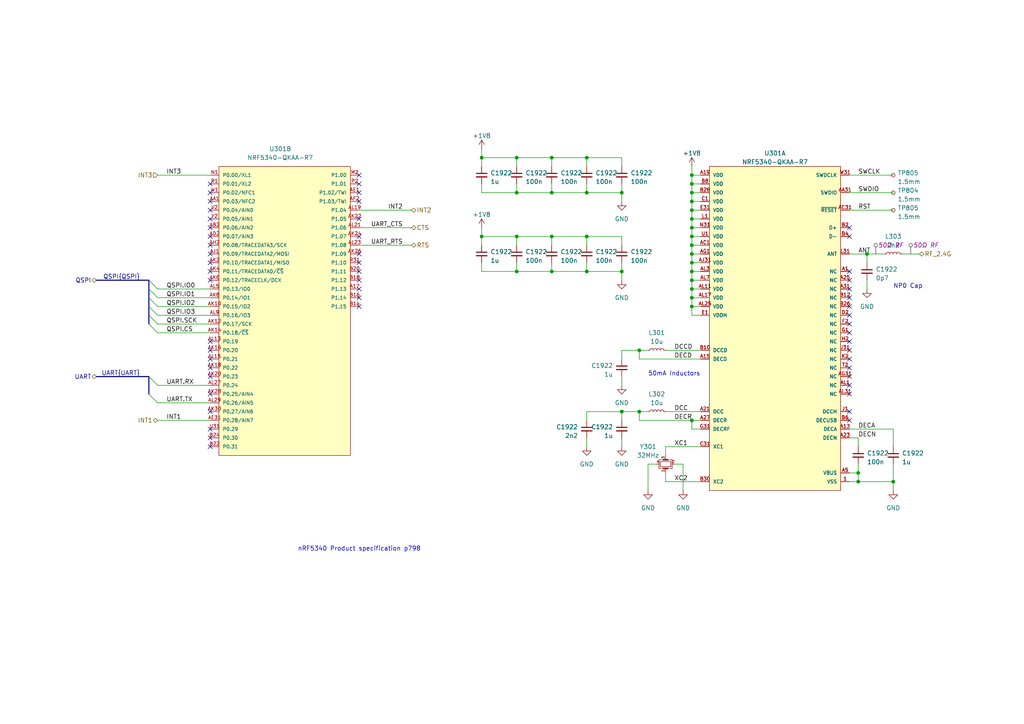
<source format=kicad_sch>
(kicad_sch (version 20230121) (generator eeschema)
  (paper "A4")
  (title_block (title "Watch Bluetooth") (date "2023-12-21") (rev "1") (comment 1 "Checked by Ben Smith 21/12/23"))
  (lib_symbols
    (symbol "Connector:TestPoint_Small" (pin_numbers hide) (pin_names (offset 0.762) hide)
      (property "Reference" "TP" (at 0 3.81 0))
      (property "Value" "TestPoint_Small" (at 0 2.032 0))
      (symbol "TestPoint_Small_0_1"
        (circle (center 0 0) (radius 0.508))
      )
      (symbol "TestPoint_Small_1_1"
        (pin passive line (at 0 0 90) (length 0) (name "1") (number "1"))
      )
    )
    (symbol "Device:C_Small" (pin_numbers hide) (pin_names (offset 0.254) hide)
      (property "Reference" "C" (at 0.254 1.778 0))
      (property "Value" "C_Small" (at 0.254 -2.032 0))
      (symbol "C_Small_0_1"
        (polyline (pts (xy -1.524 -0.508) (xy 1.524 -0.508)) (stroke (width 0.3302)))
        (polyline (pts (xy -1.524 0.508) (xy 1.524 0.508)) (stroke (width 0.3048)))
      )
      (symbol "C_Small_1_1"
        (pin passive line (at 0 2.54 270) (length 2.032) (name "~") (number "1"))
        (pin passive line (at 0 -2.54 90) (length 2.032) (name "~") (number "2"))
      )
    )
    (symbol "Device:Crystal_GND24_Small" (pin_names (offset 1.016) hide)
      (property "Reference" "Y" (at 1.27 4.445 0))
      (property "Value" "Crystal_GND24_Small" (at 1.27 2.54 0))
      (symbol "Crystal_GND24_Small_0_1"
        (rectangle (start -0.762 -1.524) (end 0.762 1.524))
        (polyline (pts (xy -1.27 -0.762) (xy -1.27 0.762)) (stroke (width 0.381)))
        (polyline (pts (xy 1.27 -0.762) (xy 1.27 0.762)) (stroke (width 0.381)))
        (polyline (pts (xy -1.27 -1.27) (xy -1.27 -1.905) (xy 1.27 -1.905) (xy 1.27 -1.27)))
        (polyline (pts (xy -1.27 1.27) (xy -1.27 1.905) (xy 1.27 1.905) (xy 1.27 1.27)))
      )
      (symbol "Crystal_GND24_Small_1_1"
        (pin passive line (at -2.54 0 0) (length 1.27) (name "1") (number "1"))
        (pin passive line (at 0 -2.54 90) (length 0.635) (name "2") (number "2"))
        (pin passive line (at 2.54 0 180) (length 1.27) (name "3") (number "3"))
        (pin passive line (at 0 2.54 270) (length 0.635) (name "4") (number "4"))
      )
    )
    (symbol "Device:L_Small" (pin_numbers hide) (pin_names (offset 0.254) hide)
      (property "Reference" "L" (at 0.762 1.016 0))
      (property "Value" "L_Small" (at 0.762 -1.016 0))
      (symbol "L_Small_0_1"
        (arc (start 0 -2.032) (mid 0.5058 -1.524) (end 0 -1.016))
        (arc (start 0 -1.016) (mid 0.5058 -0.508) (end 0 0))
        (arc (start 0 0) (mid 0.5058 0.508) (end 0 1.016))
        (arc (start 0 1.016) (mid 0.5058 1.524) (end 0 2.032))
      )
      (symbol "L_Small_1_1"
        (pin passive line (at 0 2.54 270) (length 0.508) (name "~") (number "1"))
        (pin passive line (at 0 -2.54 90) (length 0.508) (name "~") (number "2"))
      )
    )
    (symbol "NRF5340-QKAA-R7:NRF5340-QKAA-R7" (pin_names (offset 1.016))
      (property "Reference" "U" (at 0 7.62 0))
      (property "Value" "NRF5340-QKAA-R7" (at 0 5.08 0))
      (symbol "NRF5340-QKAA-R7_1_1"
        (rectangle (start 5.08 2.54) (end 43.18 -91.44) (fill (type background)))
        (pin power_in line (at 45.72 -88.9 180) (length 2.54) (name "VSS") (number "1"))
        (pin passive line (at 45.72 -27.94 180) (length 2.54) (name "NC") (number "A1"))
        (pin power_in line (at 45.72 -73.66 180) (length 2.54) (name "DECA") (number "A13"))
        (pin power_in line (at 2.54 -53.34 0) (length 2.54) (name "DECD") (number "A15"))
        (pin power_in line (at 2.54 0 0) (length 2.54) (name "VDD") (number "A19"))
        (pin power_in line (at 2.54 -68.58 0) (length 2.54) (name "DCC") (number "A21"))
        (pin power_in line (at 45.72 -76.2 180) (length 2.54) (name "DECN") (number "A23"))
        (pin passive line (at 45.72 -30.48 180) (length 2.54) (name "NC") (number "A25"))
        (pin power_in line (at 2.54 -71.12 0) (length 2.54) (name "DECR") (number "A27"))
        (pin passive line (at 45.72 -33.02 180) (length 2.54) (name "NC") (number "A31"))
        (pin power_in line (at 45.72 -86.36 180) (length 2.54) (name "VBUS") (number "A5"))
        (pin bidirectional line (at 45.72 -5.08 180) (length 2.54) (name "SWDIO") (number "AA31"))
        (pin power_in line (at 2.54 -20.32 0) (length 2.54) (name "VDD") (number "AC1"))
        (pin input line (at 45.72 -10.16 180) (length 2.54) (name "~{RESET}") (number "AC31"))
        (pin power_in line (at 2.54 -22.86 0) (length 2.54) (name "VDD") (number "AG1"))
        (pin passive line (at 45.72 -58.42 180) (length 2.54) (name "NC") (number "AG31"))
        (pin power_in line (at 2.54 -25.4 0) (length 2.54) (name "VDD") (number "AJ31"))
        (pin passive line (at 45.72 -60.96 180) (length 2.54) (name "NC") (number "AL1"))
        (pin power_in line (at 2.54 -33.02 0) (length 2.54) (name "VDD") (number "AL11"))
        (pin power_in line (at 2.54 -35.56 0) (length 2.54) (name "VDD") (number "AL17"))
        (pin power_in line (at 2.54 -38.1 0) (length 2.54) (name "VDD") (number "AL25"))
        (pin power_in line (at 2.54 -27.94 0) (length 2.54) (name "VDD") (number "AL3"))
        (pin passive line (at 45.72 -63.5 180) (length 2.54) (name "NC") (number "AL31"))
        (pin power_in line (at 2.54 -30.48 0) (length 2.54) (name "VDD") (number "AL7"))
        (pin power_in line (at 2.54 -50.8 0) (length 2.54) (name "DCCD") (number "B10"))
        (pin passive line (at 45.72 -35.56 180) (length 2.54) (name "NC") (number "B12"))
        (pin bidirectional line (at 45.72 -15.24 180) (length 2.54) (name "D+") (number "B2"))
        (pin passive line (at 45.72 -38.1 180) (length 2.54) (name "NC") (number "B26"))
        (pin power_in line (at 2.54 -5.08 0) (length 2.54) (name "VDD") (number "B28"))
        (pin input line (at 2.54 -88.9 0) (length 2.54) (name "XC2") (number "B30"))
        (pin bidirectional line (at 45.72 -17.78 180) (length 2.54) (name "D-") (number "B4"))
        (pin power_in line (at 45.72 -71.12 180) (length 2.54) (name "DECUSB") (number "B6"))
        (pin power_in line (at 2.54 -2.54 0) (length 2.54) (name "VDD") (number "B8"))
        (pin power_in line (at 2.54 -7.62 0) (length 2.54) (name "VDD") (number "C1"))
        (pin input line (at 2.54 -78.74 0) (length 2.54) (name "XC1") (number "C31"))
        (pin passive line (at 45.72 -40.64 180) (length 2.54) (name "NC") (number "D2"))
        (pin power_in line (at 2.54 -40.64 0) (length 2.54) (name "VDDH") (number "E1"))
        (pin power_in line (at 2.54 -10.16 0) (length 2.54) (name "VDD") (number "E31"))
        (pin passive line (at 45.72 -43.18 180) (length 2.54) (name "NC") (number "F2"))
        (pin passive line (at 45.72 -45.72 180) (length 2.54) (name "NC") (number "G1"))
        (pin power_in line (at 2.54 -73.66 0) (length 2.54) (name "DECRF") (number "G31"))
        (pin passive line (at 45.72 -48.26 180) (length 2.54) (name "NC") (number "H2"))
        (pin power_in line (at 45.72 -68.58 180) (length 2.54) (name "DCCH") (number "J1"))
        (pin passive line (at 45.72 -50.8 180) (length 2.54) (name "NC") (number "J31"))
        (pin passive line (at 45.72 -53.34 180) (length 2.54) (name "NC") (number "K2"))
        (pin power_in line (at 2.54 -12.7 0) (length 2.54) (name "VDD") (number "L1"))
        (pin passive line (at 45.72 -22.86 180) (length 2.54) (name "ANT") (number "L31"))
        (pin power_in line (at 2.54 -15.24 0) (length 2.54) (name "VDD") (number "N31"))
        (pin passive line (at 45.72 -55.88 180) (length 2.54) (name "NC") (number "T2"))
        (pin power_in line (at 2.54 -17.78 0) (length 2.54) (name "VDD") (number "U1"))
        (pin input line (at 45.72 0 180) (length 2.54) (name "SWDCLK") (number "W31"))
      )
      (symbol "NRF5340-QKAA-R7_2_1"
        (rectangle (start -17.78 2.54) (end 20.32 -81.28) (fill (type background)))
        (pin bidirectional line (at 22.86 -33.02 180) (length 2.54) (name "P1.13") (number "A17"))
        (pin bidirectional line (at -20.32 -7.62 0) (length 2.54) (name "P0.03/NFC2") (number "AA1"))
        (pin bidirectional line (at -20.32 -15.24 0) (length 2.54) (name "P0.06/AIN2") (number "AB2"))
        (pin bidirectional line (at -20.32 -17.78 0) (length 2.54) (name "P0.07/AIN3") (number "AD2"))
        (pin bidirectional line (at 22.86 -5.08 180) (length 2.54) (name "P1.02/TWI") (number "AE1"))
        (pin bidirectional line (at -20.32 -71.12 0) (length 2.54) (name "P0.28/AIN7") (number "AE31"))
        (pin bidirectional line (at 22.86 -7.62 180) (length 2.54) (name "P1.03/TWI") (number "AF2"))
        (pin bidirectional line (at -20.32 -20.32 0) (length 2.54) (name "P0.08/TRACEDATA3/SCK") (number "AH2"))
        (pin bidirectional line (at -20.32 -22.86 0) (length 2.54) (name "P0.09/TRACEDATA2/MOSI") (number "AJ1"))
        (pin bidirectional line (at -20.32 -38.1 0) (length 2.54) (name "P0.15/IO2") (number "AK10"))
        (pin bidirectional line (at -20.32 -43.18 0) (length 2.54) (name "P0.17/SCK") (number "AK12"))
        (pin bidirectional line (at -20.32 -45.72 0) (length 2.54) (name "P0.18/~{CS}") (number "AK14"))
        (pin bidirectional line (at -20.32 -50.8 0) (length 2.54) (name "P0.20") (number "AK16"))
        (pin bidirectional line (at -20.32 -55.88 0) (length 2.54) (name "P0.22") (number "AK18"))
        (pin bidirectional line (at -20.32 -25.4 0) (length 2.54) (name "P0.10/TRACEDATA1/MISO") (number "AK2"))
        (pin bidirectional line (at -20.32 -58.42 0) (length 2.54) (name "P0.23") (number "AK20"))
        (pin bidirectional line (at 22.86 -12.7 180) (length 2.54) (name "P1.05") (number "AK22"))
        (pin bidirectional line (at 22.86 -17.78 180) (length 2.54) (name "P1.07") (number "AK24"))
        (pin bidirectional line (at 22.86 -22.86 180) (length 2.54) (name "P1.09") (number "AK26"))
        (pin bidirectional line (at -20.32 -63.5 0) (length 2.54) (name "P0.25/AIN4") (number "AK28"))
        (pin bidirectional line (at -20.32 -68.58 0) (length 2.54) (name "P0.27/AIN6") (number "AK30"))
        (pin bidirectional line (at -20.32 -27.94 0) (length 2.54) (name "P0.11/TRACEDATA0/~{CS}") (number "AK4"))
        (pin bidirectional line (at -20.32 -30.48 0) (length 2.54) (name "P0.12/TRACECLK/DCX") (number "AK6"))
        (pin bidirectional line (at -20.32 -35.56 0) (length 2.54) (name "P0.14/IO1") (number "AK8"))
        (pin bidirectional line (at -20.32 -48.26 0) (length 2.54) (name "P0.19") (number "AL13"))
        (pin bidirectional line (at -20.32 -53.34 0) (length 2.54) (name "P0.21") (number "AL15"))
        (pin bidirectional line (at 22.86 -10.16 180) (length 2.54) (name "P1.04") (number "AL19"))
        (pin bidirectional line (at 22.86 -15.24 180) (length 2.54) (name "P1.06") (number "AL21"))
        (pin bidirectional line (at 22.86 -20.32 180) (length 2.54) (name "P1.08") (number "AL23"))
        (pin bidirectional line (at -20.32 -60.96 0) (length 2.54) (name "P0.24") (number "AL27"))
        (pin bidirectional line (at -20.32 -66.04 0) (length 2.54) (name "P0.26/AIN5") (number "AL29"))
        (pin bidirectional line (at -20.32 -33.02 0) (length 2.54) (name "P0.13/IO0") (number "AL5"))
        (pin bidirectional line (at -20.32 -40.64 0) (length 2.54) (name "P0.16/IO3") (number "AL9"))
        (pin bidirectional line (at 22.86 -38.1 180) (length 2.54) (name "P1.15") (number "B14"))
        (pin bidirectional line (at 22.86 -35.56 180) (length 2.54) (name "P1.14") (number "B16"))
        (pin bidirectional line (at 22.86 -30.48 180) (length 2.54) (name "P1.12") (number "B18"))
        (pin bidirectional line (at 22.86 -27.94 180) (length 2.54) (name "P1.11") (number "B20"))
        (pin bidirectional line (at -20.32 -78.74 0) (length 2.54) (name "P0.31") (number "B22"))
        (pin bidirectional line (at -20.32 -76.2 0) (length 2.54) (name "P0.30") (number "B24"))
        (pin bidirectional line (at 22.86 0 180) (length 2.54) (name "P1.00") (number "M2"))
        (pin bidirectional line (at -20.32 0 0) (length 2.54) (name "P0.00/XL1") (number "N1"))
        (pin bidirectional line (at 22.86 -2.54 180) (length 2.54) (name "P1.01") (number "P2"))
        (pin bidirectional line (at -20.32 -2.54 0) (length 2.54) (name "P0.01/XL2") (number "R1"))
        (pin bidirectional line (at 22.86 -25.4 180) (length 2.54) (name "P1.10") (number "R31"))
        (pin bidirectional line (at -20.32 -73.66 0) (length 2.54) (name "P0.29") (number "U31"))
        (pin bidirectional line (at -20.32 -10.16 0) (length 2.54) (name "P0.04/AIN0") (number "V2"))
        (pin bidirectional line (at -20.32 -5.08 0) (length 2.54) (name "P0.02/NFC1") (number "W1"))
        (pin bidirectional line (at -20.32 -12.7 0) (length 2.54) (name "P0.05/AIN1") (number "Y2"))
      )
    )
    (symbol "power:+1V8" (power) (pin_names (offset 0))
      (property "Value" "+1V8" (at 0 3.556 0))
      (symbol "+1V8_0_1"
        (polyline (pts (xy -0.762 1.27) (xy 0 2.54)))
        (polyline (pts (xy 0 0) (xy 0 2.54)))
        (polyline (pts (xy 0 2.54) (xy 0.762 1.27)))
      )
      (symbol "+1V8_1_1"
        (pin power_in line (at 0 0 90) (length 0) hide (name "+1V8") (number "1"))
      )
    )
    (symbol "power:GND" (power) (pin_names (offset 0))
      (property "Value" "GND" (at 0 -3.81 0))
      (symbol "GND_0_1"
        (polyline (pts (xy 0 0) (xy 0 -1.27) (xy 1.27 -1.27) (xy 0 -2.54) (xy -1.27 -1.27) (xy 0 -1.27)))
      )
      (symbol "GND_1_1"
        (pin power_in line (at 0 0 270) (length 0) hide (name "GND") (number "1"))
      )
    )
  )
  (junction (at 200.66 55.88))
  (junction (at 185.42 119.38))
  (junction (at 200.66 50.8))
  (junction (at 248.92 137.16))
  (junction (at 200.66 73.66))
  (junction (at 149.86 68.58))
  (junction (at 200.66 86.36))
  (junction (at 160.02 68.58))
  (junction (at 170.18 55.88))
  (junction (at 200.66 78.74))
  (junction (at 200.66 76.2))
  (junction (at 160.02 45.72))
  (junction (at 251.46 73.66))
  (junction (at 248.92 139.7))
  (junction (at 149.86 78.74))
  (junction (at 170.18 68.58))
  (junction (at 180.34 78.74))
  (junction (at 180.34 55.88))
  (junction (at 160.02 55.88))
  (junction (at 200.66 83.82))
  (junction (at 149.86 45.72))
  (junction (at 160.02 78.74))
  (junction (at 149.86 55.88))
  (junction (at 200.66 81.28))
  (junction (at 139.7 45.72))
  (junction (at 185.42 101.6))
  (junction (at 200.66 66.04))
  (junction (at 200.66 60.96))
  (junction (at 200.66 88.9))
  (junction (at 170.18 45.72))
  (junction (at 259.08 139.7))
  (junction (at 139.7 68.58))
  (junction (at 200.66 71.12))
  (junction (at 200.66 53.34))
  (junction (at 200.66 121.92))
  (junction (at 200.66 68.58))
  (junction (at 200.66 63.5))
  (junction (at 200.66 58.42))
  (junction (at 180.34 119.38))
  (junction (at 170.18 78.74))
  (no_connect (at 246.38 119.38))
  (no_connect (at 246.38 121.92))
  (no_connect (at 104.14 50.8))
  (no_connect (at 60.96 101.6))
  (no_connect (at 246.38 111.76))
  (no_connect (at 60.96 73.66))
  (no_connect (at 60.96 58.42))
  (no_connect (at 246.38 78.74))
  (no_connect (at 246.38 101.6))
  (no_connect (at 246.38 99.06))
  (no_connect (at 60.96 63.5))
  (no_connect (at 104.14 68.58))
  (no_connect (at 60.96 66.04))
  (no_connect (at 104.14 83.82))
  (no_connect (at 246.38 93.98))
  (no_connect (at 246.38 81.28))
  (no_connect (at 104.14 88.9))
  (no_connect (at 104.14 55.88))
  (no_connect (at 104.14 78.74))
  (no_connect (at 60.96 68.58))
  (no_connect (at 60.96 106.68))
  (no_connect (at 246.38 109.22))
  (no_connect (at 246.38 114.3))
  (no_connect (at 60.96 81.28))
  (no_connect (at 246.38 88.9))
  (no_connect (at 246.38 96.52))
  (no_connect (at 60.96 119.38))
  (no_connect (at 246.38 86.36))
  (no_connect (at 246.38 68.58))
  (no_connect (at 60.96 109.22))
  (no_connect (at 104.14 73.66))
  (no_connect (at 60.96 114.3))
  (no_connect (at 60.96 124.46))
  (no_connect (at 60.96 76.2))
  (no_connect (at 60.96 55.88))
  (no_connect (at 246.38 106.68))
  (no_connect (at 60.96 104.14))
  (no_connect (at 104.14 58.42))
  (no_connect (at 246.38 91.44))
  (no_connect (at 104.14 63.5))
  (no_connect (at 60.96 127))
  (no_connect (at 104.14 81.28))
  (no_connect (at 60.96 99.06))
  (no_connect (at 104.14 53.34))
  (no_connect (at 104.14 86.36))
  (no_connect (at 246.38 83.82))
  (no_connect (at 246.38 66.04))
  (no_connect (at 60.96 60.96))
  (no_connect (at 104.14 76.2))
  (no_connect (at 60.96 53.34))
  (no_connect (at 60.96 129.54))
  (no_connect (at 60.96 71.12))
  (no_connect (at 60.96 78.74))
  (no_connect (at 246.38 104.14))
  (bus_entry (at 43.18 81.28) (size 2.54 2.54))
  (bus_entry (at 43.18 88.9) (size 2.54 2.54))
  (bus_entry (at 43.18 91.44) (size 2.54 2.54))
  (bus_entry (at 43.18 86.36) (size 2.54 2.54))
  (bus_entry (at 43.18 114.3) (size 2.54 2.54))
  (bus_entry (at 43.18 109.22) (size 2.54 2.54))
  (bus_entry (at 45.72 96.52) (size -2.54 -2.54))
  (bus_entry (at 43.18 83.82) (size 2.54 2.54))
  (wire (pts (xy 200.66 91.44) (xy 203.2 91.44)))
  (wire (pts (xy 170.18 78.74) (xy 160.02 78.74)))
  (wire (pts (xy 187.96 142.24) (xy 187.96 134.62)))
  (wire (pts (xy 200.66 48.26) (xy 200.66 50.8)))
  (wire (pts (xy 200.66 76.2) (xy 200.66 78.74)))
  (wire (pts (xy 246.38 55.88) (xy 259.08 55.88)))
  (wire (pts (xy 259.08 139.7) (xy 259.08 142.24)))
  (wire (pts (xy 139.7 66.04) (xy 139.7 68.58)))
  (bus (pts (xy 43.18 81.28) (xy 43.18 83.82)))
  (wire (pts (xy 160.02 78.74) (xy 149.86 78.74)))
  (wire (pts (xy 149.86 45.72) (xy 160.02 45.72)))
  (wire (pts (xy 45.72 86.36) (xy 60.96 86.36)))
  (wire (pts (xy 200.66 83.82) (xy 203.2 83.82)))
  (wire (pts (xy 180.34 109.22) (xy 180.34 111.76)))
  (wire (pts (xy 193.04 101.6) (xy 203.2 101.6)))
  (wire (pts (xy 149.86 68.58) (xy 149.86 71.12)))
  (wire (pts (xy 200.66 86.36) (xy 200.66 88.9)))
  (wire (pts (xy 259.08 129.54) (xy 259.08 124.46)))
  (wire (pts (xy 251.46 73.66) (xy 251.46 76.2)))
  (wire (pts (xy 185.42 121.92) (xy 200.66 121.92)))
  (wire (pts (xy 185.42 121.92) (xy 185.42 119.38)))
  (wire (pts (xy 170.18 55.88) (xy 170.18 53.34)))
  (wire (pts (xy 259.08 139.7) (xy 248.92 139.7)))
  (wire (pts (xy 261.62 73.66) (xy 266.7 73.66)))
  (wire (pts (xy 246.38 139.7) (xy 248.92 139.7)))
  (wire (pts (xy 200.66 121.92) (xy 203.2 121.92)))
  (wire (pts (xy 251.46 83.82) (xy 251.46 81.28)))
  (wire (pts (xy 203.2 104.14) (xy 185.42 104.14)))
  (bus (pts (xy 43.18 83.82) (xy 43.18 86.36)))
  (wire (pts (xy 180.34 68.58) (xy 180.34 71.12)))
  (wire (pts (xy 180.34 101.6) (xy 180.34 104.14)))
  (wire (pts (xy 45.72 111.76) (xy 60.96 111.76)))
  (wire (pts (xy 248.92 134.62) (xy 248.92 137.16)))
  (wire (pts (xy 170.18 127) (xy 170.18 129.54)))
  (wire (pts (xy 248.92 127) (xy 246.38 127)))
  (wire (pts (xy 160.02 55.88) (xy 149.86 55.88)))
  (wire (pts (xy 160.02 55.88) (xy 160.02 53.34)))
  (wire (pts (xy 170.18 45.72) (xy 180.34 45.72)))
  (wire (pts (xy 180.34 119.38) (xy 185.42 119.38)))
  (wire (pts (xy 45.72 121.92) (xy 60.96 121.92)))
  (wire (pts (xy 170.18 68.58) (xy 170.18 71.12)))
  (wire (pts (xy 193.04 119.38) (xy 203.2 119.38)))
  (wire (pts (xy 139.7 68.58) (xy 139.7 71.12)))
  (wire (pts (xy 200.66 124.46) (xy 200.66 121.92)))
  (wire (pts (xy 198.12 142.24) (xy 198.12 134.62)))
  (bus (pts (xy 43.18 109.22) (xy 43.18 114.3)))
  (wire (pts (xy 104.14 60.96) (xy 119.38 60.96)))
  (wire (pts (xy 180.34 119.38) (xy 180.34 121.92)))
  (wire (pts (xy 200.66 50.8) (xy 203.2 50.8)))
  (wire (pts (xy 200.66 71.12) (xy 203.2 71.12)))
  (wire (pts (xy 185.42 104.14) (xy 185.42 101.6)))
  (wire (pts (xy 200.66 78.74) (xy 200.66 81.28)))
  (wire (pts (xy 246.38 73.66) (xy 251.46 73.66)))
  (wire (pts (xy 200.66 81.28) (xy 200.66 83.82)))
  (wire (pts (xy 193.04 139.7) (xy 203.2 139.7)))
  (wire (pts (xy 160.02 78.74) (xy 160.02 76.2)))
  (wire (pts (xy 200.66 81.28) (xy 203.2 81.28)))
  (wire (pts (xy 60.96 50.8) (xy 45.72 50.8)))
  (wire (pts (xy 200.66 68.58) (xy 203.2 68.58)))
  (wire (pts (xy 149.86 55.88) (xy 139.7 55.88)))
  (wire (pts (xy 200.66 88.9) (xy 200.66 91.44)))
  (wire (pts (xy 200.66 124.46) (xy 203.2 124.46)))
  (wire (pts (xy 200.66 53.34) (xy 203.2 53.34)))
  (wire (pts (xy 200.66 63.5) (xy 203.2 63.5)))
  (bus (pts (xy 43.18 81.28) (xy 27.94 81.28)))
  (wire (pts (xy 139.7 78.74) (xy 139.7 76.2)))
  (wire (pts (xy 139.7 68.58) (xy 149.86 68.58)))
  (wire (pts (xy 180.34 55.88) (xy 170.18 55.88)))
  (wire (pts (xy 180.34 55.88) (xy 180.34 58.42)))
  (wire (pts (xy 139.7 55.88) (xy 139.7 53.34)))
  (wire (pts (xy 104.14 66.04) (xy 119.38 66.04)))
  (wire (pts (xy 185.42 101.6) (xy 187.96 101.6)))
  (wire (pts (xy 193.04 137.16) (xy 193.04 139.7)))
  (wire (pts (xy 187.96 134.62) (xy 190.5 134.62)))
  (wire (pts (xy 200.66 50.8) (xy 200.66 53.34)))
  (wire (pts (xy 149.86 45.72) (xy 149.86 48.26)))
  (wire (pts (xy 160.02 45.72) (xy 160.02 48.26)))
  (wire (pts (xy 45.72 93.98) (xy 60.96 93.98)))
  (wire (pts (xy 251.46 73.66) (xy 256.54 73.66)))
  (wire (pts (xy 200.66 71.12) (xy 200.66 73.66)))
  (wire (pts (xy 139.7 45.72) (xy 149.86 45.72)))
  (wire (pts (xy 193.04 129.54) (xy 193.04 132.08)))
  (wire (pts (xy 200.66 88.9) (xy 203.2 88.9)))
  (bus (pts (xy 43.18 91.44) (xy 43.18 93.98)))
  (wire (pts (xy 246.38 50.8) (xy 259.08 50.8)))
  (wire (pts (xy 200.66 55.88) (xy 200.66 58.42)))
  (wire (pts (xy 170.18 78.74) (xy 170.18 76.2)))
  (wire (pts (xy 45.72 91.44) (xy 60.96 91.44)))
  (wire (pts (xy 200.66 58.42) (xy 200.66 60.96)))
  (bus (pts (xy 43.18 86.36) (xy 43.18 88.9)))
  (wire (pts (xy 185.42 119.38) (xy 187.96 119.38)))
  (wire (pts (xy 180.34 78.74) (xy 170.18 78.74)))
  (wire (pts (xy 160.02 45.72) (xy 170.18 45.72)))
  (bus (pts (xy 43.18 88.9) (xy 43.18 91.44)))
  (wire (pts (xy 248.92 129.54) (xy 248.92 127)))
  (wire (pts (xy 200.66 76.2) (xy 203.2 76.2)))
  (wire (pts (xy 200.66 86.36) (xy 203.2 86.36)))
  (wire (pts (xy 149.86 68.58) (xy 160.02 68.58)))
  (wire (pts (xy 170.18 45.72) (xy 170.18 48.26)))
  (wire (pts (xy 149.86 78.74) (xy 139.7 78.74)))
  (wire (pts (xy 200.66 53.34) (xy 200.66 55.88)))
  (wire (pts (xy 149.86 55.88) (xy 149.86 53.34)))
  (wire (pts (xy 180.34 127) (xy 180.34 129.54)))
  (wire (pts (xy 246.38 137.16) (xy 248.92 137.16)))
  (wire (pts (xy 45.72 88.9) (xy 60.96 88.9)))
  (wire (pts (xy 160.02 68.58) (xy 170.18 68.58)))
  (wire (pts (xy 104.14 71.12) (xy 119.38 71.12)))
  (wire (pts (xy 200.66 60.96) (xy 200.66 63.5)))
  (bus (pts (xy 43.18 109.22) (xy 27.94 109.22)))
  (wire (pts (xy 246.38 60.96) (xy 259.08 60.96)))
  (wire (pts (xy 160.02 68.58) (xy 160.02 71.12)))
  (wire (pts (xy 200.66 83.82) (xy 200.66 86.36)))
  (wire (pts (xy 180.34 78.74) (xy 180.34 81.28)))
  (wire (pts (xy 203.2 129.54) (xy 193.04 129.54)))
  (wire (pts (xy 200.66 78.74) (xy 203.2 78.74)))
  (wire (pts (xy 200.66 60.96) (xy 203.2 60.96)))
  (wire (pts (xy 45.72 116.84) (xy 60.96 116.84)))
  (wire (pts (xy 200.66 58.42) (xy 203.2 58.42)))
  (wire (pts (xy 198.12 134.62) (xy 195.58 134.62)))
  (wire (pts (xy 259.08 134.62) (xy 259.08 139.7)))
  (wire (pts (xy 139.7 45.72) (xy 139.7 48.26)))
  (wire (pts (xy 200.66 73.66) (xy 203.2 73.66)))
  (wire (pts (xy 180.34 78.74) (xy 180.34 76.2)))
  (wire (pts (xy 180.34 45.72) (xy 180.34 48.26)))
  (wire (pts (xy 259.08 124.46) (xy 246.38 124.46)))
  (wire (pts (xy 248.92 139.7) (xy 248.92 137.16)))
  (wire (pts (xy 200.66 66.04) (xy 203.2 66.04)))
  (wire (pts (xy 180.34 101.6) (xy 185.42 101.6)))
  (wire (pts (xy 200.66 68.58) (xy 200.66 71.12)))
  (wire (pts (xy 200.66 73.66) (xy 200.66 76.2)))
  (wire (pts (xy 45.72 96.52) (xy 60.96 96.52)))
  (wire (pts (xy 45.72 83.82) (xy 60.96 83.82)))
  (wire (pts (xy 200.66 55.88) (xy 203.2 55.88)))
  (wire (pts (xy 170.18 55.88) (xy 160.02 55.88)))
  (wire (pts (xy 149.86 78.74) (xy 149.86 76.2)))
  (wire (pts (xy 200.66 63.5) (xy 200.66 66.04)))
  (wire (pts (xy 170.18 68.58) (xy 180.34 68.58)))
  (wire (pts (xy 139.7 43.18) (xy 139.7 45.72)))
  (wire (pts (xy 170.18 119.38) (xy 170.18 121.92)))
  (wire (pts (xy 180.34 119.38) (xy 170.18 119.38)))
  (wire (pts (xy 180.34 55.88) (xy 180.34 53.34)))
  (wire (pts (xy 200.66 66.04) (xy 200.66 68.58)))
  (text "nRF5340 Product specification p798" (at 86.36 160.02 0) (effects (font (size 1.27 1.27)) (justify left bottom)))
  (text "NP0 Cap" (at 259.08 83.82 0) (effects (font (size 1.27 1.27)) (justify left bottom)))
  (text "50mA Inductors" (at 187.96 109.22 0) (effects (font (size 1.27 1.27)) (justify left bottom)))
  (label "UART{UART}" (at 40.64 109.22 180))
  (label "QSPI.IO3" (at 48.26 91.44 0))
  (label "INT2" (at 116.84 60.96 180))
  (label "QSPI.SCK" (at 48.26 93.98 0))
  (label "ANT" (at 248.92 73.66 0))
  (label "INT1" (at 48.26 121.92 0))
  (label "INT3" (at 48.26 50.8 0))
  (label "SWCLK" (at 248.92 50.8 0))
  (label "DECA" (at 248.92 124.46 0))
  (label "SWDIO" (at 248.92 55.88 0))
  (label "QSPI{QSPI}" (at 40.64 81.28 180))
  (label "DCCD" (at 195.58 101.6 0))
  (label "DECD" (at 195.58 104.14 0))
  (label "QSPI.IO1" (at 48.26 86.36 0))
  (label "DCC" (at 195.58 119.38 0))
  (label "QSPI.IO0" (at 48.26 83.82 0))
  (label "UART.RX" (at 48.26 111.76 0))
  (label "UART_RTS" (at 116.84 71.12 180))
  (label "XC2" (at 195.58 139.7 0))
  (label "UART.TX" (at 48.26 116.84 0))
  (label "UART_CTS" (at 116.84 66.04 180))
  (label "QSPI.CS" (at 48.26 96.52 0))
  (label "DECR" (at 195.58 121.92 0))
  (label "XC1" (at 195.58 129.54 0))
  (label "RST" (at 248.92 60.96 0))
  (label "DECN" (at 248.92 127 0))
  (label "QSPI.IO2" (at 48.26 88.9 0))
  (hierarchical_label "INT2" (shape bidirectional) (at 119.38 60.96 0))
  (hierarchical_label "CTS" (shape bidirectional) (at 119.38 66.04 0))
  (hierarchical_label "RTS" (shape bidirectional) (at 119.38 71.12 0))
  (hierarchical_label "RF_2.4G" (shape bidirectional) (at 266.7 73.66 0))
  (hierarchical_label "INT3" (shape input) (at 45.72 50.8 180))
  (hierarchical_label "INT1" (shape bidirectional) (at 45.72 121.92 180))
  (hierarchical_label "UART" (shape bidirectional) (at 27.94 109.22 180) (property "DSI" "DSI" (effects hide)))
  (hierarchical_label "QSPI" (shape bidirectional) (at 27.94 81.28 180) (property "DSI" "DSI" (effects hide)))
  (netclass_flag "" (length 2.54) (shape round) (at 254 73.66 0) (property "Netclass" "50Ω RF" (at 254.6985 71.12 0) (effects (font italic) (justify left))))
  (netclass_flag "" (length 2.54) (shape round) (at 264.16 73.66 0) (property "Netclass" "50Ω RF" (at 264.8585 71.12 0) (effects (font italic) (justify left))))
  (symbol (lib_id "Device:C_Small") (at 251.46 78.74 0) (unit 1)
    (property "Reference" "C1922" (at 254 78.1113 0) (effects (justify left)))
    (property "Value" "0p7" (at 254 80.6513 0) (effects (justify left)))
    (property "Footprint" "Capacitor_SMD:C_0402_1005Metric" (effects hide))
    (instances (project "watch_main" (path "" (reference "C1922") (unit 1)) (path "" (reference "C315") (unit 1))))
  )
  (symbol (lib_id "Device:C_Small") (at 170.18 124.46 0) (mirror y) (unit 1)
    (property "Reference" "C1922" (at 167.64 123.8313 0) (effects (justify left)))
    (property "Value" "2n2" (at 167.64 126.3713 0) (effects (justify left)))
    (property "Footprint" "Capacitor_SMD:C_0402_1005Metric" (effects hide))
    (instances (project "watch_main" (path "" (reference "C1922") (unit 1)) (path "" (reference "C307") (unit 1))))
  )
  (symbol (lib_id "Device:C_Small") (at 170.18 73.66 0) (unit 1)
    (property "Reference" "C1922" (at 172.72 73.0313 0) (effects (justify left)))
    (property "Value" "100n" (at 172.72 75.5713 0) (effects (justify left)))
    (property "Footprint" "Capacitor_SMD:C_0402_1005Metric" (effects hide))
    (instances (project "watch_main" (path "" (reference "C1922") (unit 1)) (path "" (reference "C309") (unit 1))))
  )
  (symbol (lib_id "power:GND") (at 180.34 111.76 0) (unit 1)
    (property "Reference" "#PWR0304" (effects hide))
    (property "Value" "GND" (at 180.34 116.84 0))
  )
  (symbol (lib_id "Device:C_Small") (at 149.86 73.66 0) (unit 1)
    (property "Reference" "C1922" (at 152.4 73.0313 0) (effects (justify left)))
    (property "Value" "100n" (at 152.4 75.5713 0) (effects (justify left)))
    (property "Footprint" "Capacitor_SMD:C_0402_1005Metric" (effects hide))
    (instances (project "watch_main" (path "" (reference "C1922") (unit 1)) (path "" (reference "C304") (unit 1))))
  )
  (symbol (lib_id "NRF5340-QKAA-R7:NRF5340-QKAA-R7") (at 200.66 50.8 0) (unit 1)
    (property "Reference" "U301" (at 224.79 44.45 0))
    (property "Value" "NRF5340-QKAA-R7" (at 224.79 46.99 0))
    (property "Footprint" "watch_footprints:NRF5340-QKAA-R7_modified" (effects hide))
    (property "Datasheet" "https://infocenter.nordicsemi.com/pdf/nRF5340_PS_v1.1.pdf" (effects hide))
    (property "ambient temperature range high" "+105°C" (effects hide))
    (property "ambient temperature range low" "-40°C" (effects hide))
    (property "automotive" "No" (effects hide))
    (property "category" "IC" (effects hide))
    (property "data rate" "2Mbits/s" (effects hide))
    (property "device class L1" "Integrated Circuits (ICs)" (effects hide))
    (property "device class L2" "RF Semiconductors and Devices" (effects hide))
    (property "device class L3" "Transceivers" (effects hide))
    (property "digikey description" "BLE 5.2 SOC" (effects hide))
    (property "digikey part number" "1490-NRF5340-QKAA-R7CT-ND" (effects hide))
    (property "height" "0.85mm" (effects hide))
    (property "interface" "I2C,SPI,UART,2-Wire,USB,Other" (effects hide))
    (property "lead free" "Yes" (effects hide))
    (property "library id" "b2b493d511d996b1" (effects hide))
    (property "manufacturer" "Nordic Semiconductor" (effects hide))
    (property "max frequency" "2.4GHz" (effects hide))
    (property "max supply voltage" "5.5V" (effects hide))
    (property "min supply voltage" "1.7V" (effects hide))
    (property "mouser part number" "949-NRF5340-QKAA-R7" (effects hide))
    (property "number of ADC channels" "8" (effects hide))
    (property "number of GPIO" "48" (effects hide))
    (property "package" "aQFN94" (effects hide))
    (property "receiving current" "3.8-4.8mA" (effects hide))
    (property "rohs" "Yes" (effects hide))
    (property "sensitivity" "-98dBm" (effects hide))
    (property "standoff height" "0.02mm" (effects hide))
    (property "temperature range high" "+105°C" (effects hide))
    (property "temperature range low" "-40°C" (effects hide))
    (property "transmitting current" "5.3-8.8mA" (effects hide))
  )
  (symbol (lib_id "power:GND") (at 180.34 129.54 0) (unit 1)
    (property "Reference" "#PWR0305" (effects hide))
    (property "Value" "GND" (at 180.34 134.62 0))
  )
  (symbol (lib_id "power:GND") (at 259.08 142.24 0) (unit 1)
    (property "Reference" "#PWR0312" (effects hide))
    (property "Value" "GND" (at 259.08 147.32 0))
  )
  (symbol (lib_id "Device:C_Small") (at 139.7 50.8 0) (unit 1)
    (property "Reference" "C1922" (at 142.24 50.1713 0) (effects (justify left)))
    (property "Value" "1u" (at 142.24 52.7113 0) (effects (justify left)))
    (property "Footprint" "Capacitor_SMD:C_0402_1005Metric" (effects hide))
    (instances (project "watch_main" (path "" (reference "C1922") (unit 1)) (path "" (reference "C301") (unit 1))))
  )
  (symbol (lib_id "Device:C_Small") (at 180.34 124.46 0) (mirror y) (unit 1)
    (property "Reference" "C1922" (at 177.8 123.8313 0) (effects (justify left)))
    (property "Value" "1u" (at 177.8 126.3713 0) (effects (justify left)))
    (property "Footprint" "Capacitor_SMD:C_0402_1005Metric" (effects hide))
    (instances (project "watch_main" (path "" (reference "C1922") (unit 1)) (path "" (reference "C311") (unit 1))))
  )
  (symbol (lib_id "power:GND") (at 180.34 58.42 0) (unit 1)
    (property "Reference" "#PWR0306" (effects hide))
    (property "Value" "GND" (at 180.34 63.5 0))
  )
  (symbol (lib_id "Device:C_Small") (at 160.02 73.66 0) (unit 1)
    (property "Reference" "C1922" (at 162.56 73.0313 0) (effects (justify left)))
    (property "Value" "100n" (at 162.56 75.5713 0) (effects (justify left)))
    (property "Footprint" "Capacitor_SMD:C_0402_1005Metric" (effects hide))
    (instances (project "watch_main" (path "" (reference "C1922") (unit 1)) (path "" (reference "C306") (unit 1))))
  )
  (symbol (lib_id "Connector:TestPoint_Small") (at 259.08 50.8 0) (unit 1)
    (property "Reference" "TP805" (at 260.35 50.165 0) (effects (justify left)))
    (property "Value" "1.5mm" (at 260.35 52.705 0) (effects (justify left)))
    (property "Footprint" "TestPoint:TestPoint_Pad_D1.5mm" (effects hide))
    (instances (project "watch_main" (path "" (reference "TP805") (unit 1)) (path "" (reference "TP301") (unit 1))))
  )
  (symbol (lib_id "power:GND") (at 180.34 81.28 0) (unit 1)
    (property "Reference" "#PWR0307" (effects hide))
    (property "Value" "GND" (at 180.34 86.36 0))
  )
  (symbol (lib_id "power:+1V8") (at 200.66 48.26 0) (unit 1)
    (property "Reference" "#PWR0310" (effects hide))
    (property "Value" "+1V8" (at 200.66 44.45 0))
  )
  (symbol (lib_id "Device:C_Small") (at 248.92 132.08 0) (unit 1)
    (property "Reference" "C1922" (at 251.46 131.4513 0) (effects (justify left)))
    (property "Value" "100n" (at 251.46 133.9913 0) (effects (justify left)))
    (property "Footprint" "Capacitor_SMD:C_0402_1005Metric" (effects hide))
    (instances (project "watch_main" (path "" (reference "C1922") (unit 1)) (path "" (reference "C314") (unit 1))))
  )
  (symbol (lib_id "Device:C_Small") (at 139.7 73.66 0) (unit 1)
    (property "Reference" "C1922" (at 142.24 73.0313 0) (effects (justify left)))
    (property "Value" "1u" (at 142.24 75.5713 0) (effects (justify left)))
    (property "Footprint" "Capacitor_SMD:C_0402_1005Metric" (effects hide))
    (instances (project "watch_main" (path "" (reference "C1922") (unit 1)) (path "" (reference "C302") (unit 1))))
  )
  (symbol (lib_id "Connector:TestPoint_Small") (at 259.08 60.96 0) (unit 1)
    (property "Reference" "TP805" (at 260.35 60.325 0) (effects (justify left)))
    (property "Value" "1.5mm" (at 260.35 62.865 0) (effects (justify left)))
    (property "Footprint" "TestPoint:TestPoint_Pad_D1.5mm" (effects hide))
    (instances (project "watch_main" (path "" (reference "TP805") (unit 1)) (path "" (reference "TP303") (unit 1))))
  )
  (symbol (lib_id "Device:C_Small") (at 259.08 132.08 0) (unit 1)
    (property "Reference" "C1922" (at 261.62 131.4513 0) (effects (justify left)))
    (property "Value" "1u" (at 261.62 133.9913 0) (effects (justify left)))
    (property "Footprint" "Capacitor_SMD:C_0402_1005Metric" (effects hide))
    (instances (project "watch_main" (path "" (reference "C1922") (unit 1)) (path "" (reference "C316") (unit 1))))
  )
  (symbol (lib_id "power:GND") (at 251.46 83.82 0) (unit 1)
    (property "Reference" "#PWR0311" (effects hide))
    (property "Value" "GND" (at 251.46 88.9 0))
  )
  (symbol (lib_id "power:+1V8") (at 139.7 43.18 0) (unit 1)
    (property "Reference" "#PWR0301" (effects hide))
    (property "Value" "+1V8" (at 139.7 39.37 0))
  )
  (symbol (lib_id "Device:C_Small") (at 180.34 73.66 0) (unit 1)
    (property "Reference" "C1922" (at 182.88 73.0313 0) (effects (justify left)))
    (property "Value" "100n" (at 182.88 75.5713 0) (effects (justify left)))
    (property "Footprint" "Capacitor_SMD:C_0402_1005Metric" (effects hide))
    (instances (project "watch_main" (path "" (reference "C1922") (unit 1)) (path "" (reference "C313") (unit 1))))
  )
  (symbol (lib_id "Device:C_Small") (at 180.34 50.8 0) (unit 1)
    (property "Reference" "C1922" (at 182.88 50.1713 0) (effects (justify left)))
    (property "Value" "100n" (at 182.88 52.7113 0) (effects (justify left)))
    (property "Footprint" "Capacitor_SMD:C_0402_1005Metric" (effects hide))
    (instances (project "watch_main" (path "" (reference "C1922") (unit 1)) (path "" (reference "C312") (unit 1))))
  )
  (symbol (lib_id "Device:L_Small") (at 190.5 101.6 90) (unit 1)
    (property "Reference" "L301" (at 190.5 96.52 90))
    (property "Value" "10u" (at 190.5 99.06 90))
    (property "Footprint" "Inductor_SMD:L_TDK_MLZ1608" (effects hide))
  )
  (symbol (lib_id "Device:L_Small") (at 259.08 73.66 90) (unit 1)
    (property "Reference" "L303" (at 259.08 68.58 90))
    (property "Value" "2n2" (at 259.08 71.12 90))
    (property "Footprint" "Inductor_SMD:L_0402_1005Metric" (effects hide))
  )
  (symbol (lib_id "Device:C_Small") (at 170.18 50.8 0) (unit 1)
    (property "Reference" "C1922" (at 172.72 50.1713 0) (effects (justify left)))
    (property "Value" "100n" (at 172.72 52.7113 0) (effects (justify left)))
    (property "Footprint" "Capacitor_SMD:C_0402_1005Metric" (effects hide))
    (instances (project "watch_main" (path "" (reference "C1922") (unit 1)) (path "" (reference "C308") (unit 1))))
  )
  (symbol (lib_id "Device:Crystal_GND24_Small") (at 193.04 134.62 90) (unit 1)
    (property "Reference" "Y301" (at 187.96 129.54 90))
    (property "Value" "32MHz" (at 187.96 132.08 90))
    (property "Footprint" "Crystal:Crystal_SMD_2016-4Pin_2.0x1.6mm" (effects hide))
    (property "Mouser Link" "https://www.mouser.co.uk/ProductDetail/ECS/ECS-320-8-37B-CWN-TR?qs=3Rah4i%252BhyCHz%252B6r%252BQzq5cA%3D%3D" (effects hide))
  )
  (symbol (lib_id "power:GND") (at 198.12 142.24 0) (unit 1)
    (property "Reference" "#PWR0309" (effects hide))
    (property "Value" "GND" (at 198.12 147.32 0))
  )
  (symbol (lib_id "power:GND") (at 187.96 142.24 0) (unit 1)
    (property "Reference" "#PWR0308" (effects hide))
    (property "Value" "GND" (at 187.96 147.32 0))
  )
  (symbol (lib_id "Connector:TestPoint_Small") (at 259.08 55.88 0) (unit 1)
    (property "Reference" "TP804" (at 260.35 55.245 0) (effects (justify left)))
    (property "Value" "1.5mm" (at 260.35 57.785 0) (effects (justify left)))
    (property "Footprint" "TestPoint:TestPoint_Pad_D1.5mm" (effects hide))
    (instances (project "watch_main" (path "" (reference "TP804") (unit 1)) (path "" (reference "TP302") (unit 1))))
  )
  (symbol (lib_id "Device:C_Small") (at 160.02 50.8 0) (unit 1)
    (property "Reference" "C1922" (at 162.56 50.1713 0) (effects (justify left)))
    (property "Value" "100n" (at 162.56 52.7113 0) (effects (justify left)))
    (property "Footprint" "Capacitor_SMD:C_0402_1005Metric" (effects hide))
    (instances (project "watch_main" (path "" (reference "C1922") (unit 1)) (path "" (reference "C305") (unit 1))))
  )
  (symbol (lib_id "NRF5340-QKAA-R7:NRF5340-QKAA-R7") (at 81.28 50.8 0) (unit 2)
    (property "Reference" "U301" (at 81.28 43.18 0))
    (property "Value" "NRF5340-QKAA-R7" (at 81.28 45.72 0))
    (property "Footprint" "watch_footprints:NRF5340-QKAA-R7_modified" (effects hide))
    (property "Datasheet" "https://infocenter.nordicsemi.com/pdf/nRF5340_PS_v1.1.pdf" (effects hide))
    (property "ambient temperature range high" "+105°C" (effects hide))
    (property "ambient temperature range low" "-40°C" (effects hide))
    (property "automotive" "No" (effects hide))
    (property "category" "IC" (effects hide))
    (property "data rate" "2Mbits/s" (effects hide))
    (property "device class L1" "Integrated Circuits (ICs)" (effects hide))
    (property "device class L2" "RF Semiconductors and Devices" (effects hide))
    (property "device class L3" "Transceivers" (effects hide))
    (property "digikey description" "BLE 5.2 SOC" (effects hide))
    (property "digikey part number" "1490-NRF5340-QKAA-R7CT-ND" (effects hide))
    (property "height" "0.85mm" (effects hide))
    (property "interface" "I2C,SPI,UART,2-Wire,USB,Other" (effects hide))
    (property "lead free" "Yes" (effects hide))
    (property "library id" "b2b493d511d996b1" (effects hide))
    (property "manufacturer" "Nordic Semiconductor" (effects hide))
    (property "max frequency" "2.4GHz" (effects hide))
    (property "max supply voltage" "5.5V" (effects hide))
    (property "min supply voltage" "1.7V" (effects hide))
    (property "mouser part number" "949-NRF5340-QKAA-R7" (effects hide))
    (property "number of ADC channels" "8" (effects hide))
    (property "number of GPIO" "48" (effects hide))
    (property "package" "aQFN94" (effects hide))
    (property "receiving current" "3.8-4.8mA" (effects hide))
    (property "rohs" "Yes" (effects hide))
    (property "sensitivity" "-98dBm" (effects hide))
    (property "standoff height" "0.02mm" (effects hide))
    (property "temperature range high" "+105°C" (effects hide))
    (property "temperature range low" "-40°C" (effects hide))
    (property "transmitting current" "5.3-8.8mA" (effects hide))
  )
  (symbol (lib_id "Device:C_Small") (at 180.34 106.68 0) (mirror y) (unit 1)
    (property "Reference" "C1922" (at 177.8 106.0513 0) (effects (justify left)))
    (property "Value" "1u" (at 177.8 108.5913 0) (effects (justify left)))
    (property "Footprint" "Capacitor_SMD:C_0402_1005Metric" (effects hide))
    (instances (project "watch_main" (path "" (reference "C1922") (unit 1)) (path "" (reference "C310") (unit 1))))
  )
  (symbol (lib_id "power:GND") (at 170.18 129.54 0) (unit 1)
    (property "Reference" "#PWR0303" (effects hide))
    (property "Value" "GND" (at 170.18 134.62 0))
  )
  (symbol (lib_id "Device:L_Small") (at 190.5 119.38 90) (unit 1)
    (property "Reference" "L302" (at 190.5 114.3 90))
    (property "Value" "10u" (at 190.5 116.84 90))
    (property "Footprint" "Inductor_SMD:L_TDK_MLZ1608" (effects hide))
  )
  (symbol (lib_id "Device:C_Small") (at 149.86 50.8 0) (unit 1)
    (property "Reference" "C1922" (at 152.4 50.1713 0) (effects (justify left)))
    (property "Value" "100n" (at 152.4 52.7113 0) (effects (justify left)))
    (property "Footprint" "Capacitor_SMD:C_0402_1005Metric" (effects hide))
    (instances (project "watch_main" (path "" (reference "C1922") (unit 1)) (path "" (reference "C303") (unit 1))))
  )
  (symbol (lib_id "power:+1V8") (at 139.7 66.04 0) (unit 1)
    (property "Reference" "#PWR0302" (effects hide))
    (property "Value" "+1V8" (at 139.7 62.23 0))
  )
)
</source>
